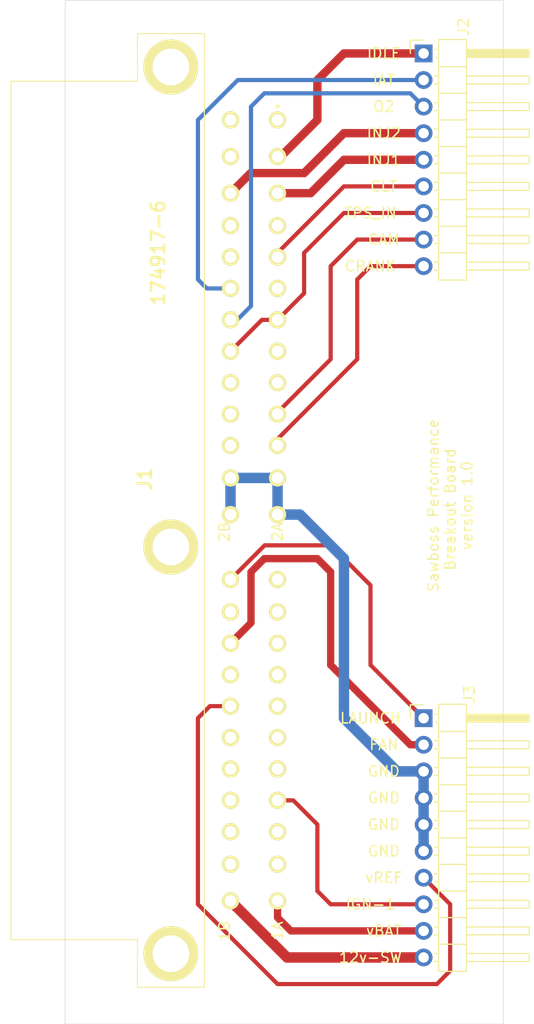
<source format=kicad_pcb>
(kicad_pcb (version 20171130) (host pcbnew "(5.1.6)-1")

  (general
    (thickness 1.6)
    (drawings 9)
    (tracks 87)
    (zones 0)
    (modules 3)
    (nets 48)
  )

  (page A4)
  (layers
    (0 F.Cu signal)
    (31 B.Cu signal)
    (32 B.Adhes user)
    (33 F.Adhes user)
    (34 B.Paste user)
    (35 F.Paste user)
    (36 B.SilkS user)
    (37 F.SilkS user)
    (38 B.Mask user)
    (39 F.Mask user)
    (40 Dwgs.User user)
    (41 Cmts.User user)
    (42 Eco1.User user)
    (43 Eco2.User user)
    (44 Edge.Cuts user)
    (45 Margin user)
    (46 B.CrtYd user)
    (47 F.CrtYd user)
    (48 B.Fab user)
    (49 F.Fab user)
  )

  (setup
    (last_trace_width 0.25)
    (trace_clearance 0.2)
    (zone_clearance 0.508)
    (zone_45_only no)
    (trace_min 0.2)
    (via_size 0.8)
    (via_drill 0.4)
    (via_min_size 0.4)
    (via_min_drill 0.3)
    (uvia_size 0.3)
    (uvia_drill 0.1)
    (uvias_allowed no)
    (uvia_min_size 0.2)
    (uvia_min_drill 0.1)
    (edge_width 0.05)
    (segment_width 0.2)
    (pcb_text_width 0.3)
    (pcb_text_size 1.5 1.5)
    (mod_edge_width 0.12)
    (mod_text_size 1 1)
    (mod_text_width 0.15)
    (pad_size 1.524 1.524)
    (pad_drill 0.762)
    (pad_to_mask_clearance 0.05)
    (aux_axis_origin 0 0)
    (visible_elements 7FFFFFFF)
    (pcbplotparams
      (layerselection 0x010fc_ffffffff)
      (usegerberextensions false)
      (usegerberattributes true)
      (usegerberadvancedattributes true)
      (creategerberjobfile true)
      (excludeedgelayer true)
      (linewidth 0.100000)
      (plotframeref false)
      (viasonmask false)
      (mode 1)
      (useauxorigin false)
      (hpglpennumber 1)
      (hpglpenspeed 20)
      (hpglpendiameter 15.000000)
      (psnegative false)
      (psa4output false)
      (plotreference true)
      (plotvalue true)
      (plotinvisibletext false)
      (padsonsilk false)
      (subtractmaskfromsilk false)
      (outputformat 1)
      (mirror false)
      (drillshape 1)
      (scaleselection 1)
      (outputdirectory ""))
  )

  (net 0 "")
  (net 1 "Net-(J1-Pad12)")
  (net 2 "Net-(J1-Pad15)")
  (net 3 "Net-(J1-Pad17)")
  (net 4 "Net-(J1-Pad19)")
  (net 5 "Net-(J1-Pad22)")
  (net 6 "Net-(J1-Pad26)")
  (net 7 "Net-(J1-Pad31)")
  (net 8 "Net-(J1-Pad33)")
  (net 9 "Net-(J1-Pad34)")
  (net 10 "Net-(J1-Pad35)")
  (net 11 "Net-(J1-Pad36)")
  (net 12 "Net-(J1-Pad37)")
  (net 13 "Net-(J1-Pad41)")
  (net 14 "Net-(J1-Pad45)")
  (net 15 "Net-(J1-Pad46)")
  (net 16 "Net-(J1-Pad47)")
  (net 17 "Net-(J1-Pad48)")
  (net 18 "Net-(J1-PadMH1)")
  (net 19 "Net-(J1-PadMH2)")
  (net 20 "Net-(J1-PadMH3)")
  (net 21 Const_12V)
  (net 22 INJ_1)
  (net 23 INJ_2)
  (net 24 O2)
  (net 25 GND)
  (net 26 12V-SW)
  (net 27 CLT)
  (net 28 CAM)
  (net 29 CRANK)
  (net 30 IGN-1)
  (net 31 IDLE)
  (net 32 LAUNCH)
  (net 33 TPS_IN)
  (net 34 IAT)
  (net 35 FAN)
  (net 36 VREF)
  (net 37 "Net-(J1-Pad1)")
  (net 38 "Net-(J1-Pad6)")
  (net 39 "Net-(J1-Pad7)")
  (net 40 "Net-(J1-Pad11)")
  (net 41 "Net-(J1-Pad21)")
  (net 42 "Net-(J1-Pad25)")
  (net 43 "Net-(J1-Pad30)")
  (net 44 "Net-(J1-Pad32)")
  (net 45 "Net-(J1-Pad38)")
  (net 46 "Net-(J1-Pad40)")
  (net 47 "Net-(J1-Pad43)")

  (net_class Default "This is the default net class."
    (clearance 0.2)
    (trace_width 0.25)
    (via_dia 0.8)
    (via_drill 0.4)
    (uvia_dia 0.3)
    (uvia_drill 0.1)
    (add_net 12V-SW)
    (add_net CAM)
    (add_net CLT)
    (add_net CRANK)
    (add_net Const_12V)
    (add_net FAN)
    (add_net GND)
    (add_net IAT)
    (add_net IDLE)
    (add_net IGN-1)
    (add_net INJ_1)
    (add_net INJ_2)
    (add_net LAUNCH)
    (add_net "Net-(J1-Pad1)")
    (add_net "Net-(J1-Pad11)")
    (add_net "Net-(J1-Pad12)")
    (add_net "Net-(J1-Pad15)")
    (add_net "Net-(J1-Pad17)")
    (add_net "Net-(J1-Pad19)")
    (add_net "Net-(J1-Pad21)")
    (add_net "Net-(J1-Pad22)")
    (add_net "Net-(J1-Pad25)")
    (add_net "Net-(J1-Pad26)")
    (add_net "Net-(J1-Pad30)")
    (add_net "Net-(J1-Pad31)")
    (add_net "Net-(J1-Pad32)")
    (add_net "Net-(J1-Pad33)")
    (add_net "Net-(J1-Pad34)")
    (add_net "Net-(J1-Pad35)")
    (add_net "Net-(J1-Pad36)")
    (add_net "Net-(J1-Pad37)")
    (add_net "Net-(J1-Pad38)")
    (add_net "Net-(J1-Pad40)")
    (add_net "Net-(J1-Pad41)")
    (add_net "Net-(J1-Pad43)")
    (add_net "Net-(J1-Pad45)")
    (add_net "Net-(J1-Pad46)")
    (add_net "Net-(J1-Pad47)")
    (add_net "Net-(J1-Pad48)")
    (add_net "Net-(J1-Pad6)")
    (add_net "Net-(J1-Pad7)")
    (add_net "Net-(J1-PadMH1)")
    (add_net "Net-(J1-PadMH2)")
    (add_net "Net-(J1-PadMH3)")
    (add_net O2)
    (add_net TPS_IN)
    (add_net VREF)
  )

  (module 1749176 (layer F.Cu) (tedit 5F0A753C) (tstamp 61451804)
    (at 71.12 74.93 180)
    (descr 174917-6-3)
    (tags Connector)
    (path /61442018)
    (fp_text reference J1 (at 12.7 -34.29 90) (layer F.SilkS)
      (effects (font (size 1.27 1.27) (thickness 0.254)))
    )
    (fp_text value 174917-6 (at 11.43 -12.7 90) (layer F.SilkS)
      (effects (font (size 1.27 1.27) (thickness 0.254)))
    )
    (fp_line (start 0.1 1.3) (end 0.1 1.3) (layer F.SilkS) (width 0.2))
    (fp_line (start -0.1 1.3) (end -0.1 1.3) (layer F.SilkS) (width 0.2))
    (fp_line (start 13.4 -82.85) (end 7 -82.85) (layer F.SilkS) (width 0.1))
    (fp_line (start 13.4 -78.3) (end 13.4 -82.85) (layer F.SilkS) (width 0.1))
    (fp_line (start 25.5 -78.3) (end 13.4 -78.3) (layer F.SilkS) (width 0.1))
    (fp_line (start 25.5 3.7) (end 25.5 -78.3) (layer F.SilkS) (width 0.1))
    (fp_line (start 25 3.7) (end 25.5 3.7) (layer F.SilkS) (width 0.1))
    (fp_line (start 13.4 3.7) (end 25 3.7) (layer F.SilkS) (width 0.1))
    (fp_line (start 13.4 8.25) (end 13.4 3.7) (layer F.SilkS) (width 0.1))
    (fp_line (start 7 8.25) (end 13.4 8.25) (layer F.SilkS) (width 0.1))
    (fp_line (start 7 -82.85) (end 7 8.25) (layer F.SilkS) (width 0.1))
    (fp_line (start 13.4 -82.85) (end 13.4 -78.3) (layer Dwgs.User) (width 0.2))
    (fp_line (start 7 -82.85) (end 13.4 -82.85) (layer Dwgs.User) (width 0.2))
    (fp_line (start 7 -78.3) (end 7 -82.85) (layer Dwgs.User) (width 0.2))
    (fp_line (start 13.4 8.25) (end 13.4 3.7) (layer Dwgs.User) (width 0.2))
    (fp_line (start 7 8.25) (end 13.4 8.25) (layer Dwgs.User) (width 0.2))
    (fp_line (start 7 3.7) (end 7 8.25) (layer Dwgs.User) (width 0.2))
    (fp_line (start -1.825 9.25) (end -1.825 -83.85) (layer Dwgs.User) (width 0.1))
    (fp_line (start 26.5 9.25) (end -1.825 9.25) (layer Dwgs.User) (width 0.1))
    (fp_line (start 26.5 -83.85) (end 26.5 9.25) (layer Dwgs.User) (width 0.1))
    (fp_line (start -1.825 -83.85) (end 26.5 -83.85) (layer Dwgs.User) (width 0.1))
    (fp_line (start 7 3.7) (end 7 -78.3) (layer Dwgs.User) (width 0.2))
    (fp_line (start 25.5 3.7) (end 7 3.7) (layer Dwgs.User) (width 0.2))
    (fp_line (start 25.5 -78.3) (end 25.5 3.7) (layer Dwgs.User) (width 0.2))
    (fp_line (start 7 -78.3) (end 25.5 -78.3) (layer Dwgs.User) (width 0.2))
    (fp_arc (start 0 1.3) (end -0.1 1.3) (angle -180) (layer F.SilkS) (width 0.2))
    (fp_arc (start 0 1.3) (end 0.1 1.3) (angle -180) (layer F.SilkS) (width 0.2))
    (pad 1 thru_hole circle (at 0 0 270) (size 1.65 1.65) (drill 1.1) (layers *.Cu *.Mask F.SilkS)
      (net 37 "Net-(J1-Pad1)"))
    (pad 2 thru_hole circle (at 0 -3.5 270) (size 1.65 1.65) (drill 1.1) (layers *.Cu *.Mask F.SilkS)
      (net 31 IDLE))
    (pad 3 thru_hole circle (at 0 -7 270) (size 1.65 1.65) (drill 1.1) (layers *.Cu *.Mask F.SilkS)
      (net 22 INJ_1))
    (pad 4 thru_hole circle (at 0 -34.2 270) (size 1.65 1.65) (drill 1.1) (layers *.Cu *.Mask F.SilkS)
      (net 25 GND))
    (pad 5 thru_hole circle (at 0 -37.7 270) (size 1.65 1.65) (drill 1.1) (layers *.Cu *.Mask F.SilkS)
      (net 25 GND))
    (pad 6 thru_hole circle (at 4.5 0 270) (size 1.65 1.65) (drill 1.1) (layers *.Cu *.Mask F.SilkS)
      (net 38 "Net-(J1-Pad6)"))
    (pad 7 thru_hole circle (at 4.5 -3.5 270) (size 1.65 1.65) (drill 1.1) (layers *.Cu *.Mask F.SilkS)
      (net 39 "Net-(J1-Pad7)"))
    (pad 8 thru_hole circle (at 4.5 -7 270) (size 1.65 1.65) (drill 1.1) (layers *.Cu *.Mask F.SilkS)
      (net 23 INJ_2))
    (pad 9 thru_hole circle (at 4.5 -34.2 270) (size 1.65 1.65) (drill 1.1) (layers *.Cu *.Mask F.SilkS)
      (net 25 GND))
    (pad 10 thru_hole circle (at 4.5 -37.7 270) (size 1.65 1.65) (drill 1.1) (layers *.Cu *.Mask F.SilkS)
      (net 25 GND))
    (pad 11 thru_hole circle (at 0 -43.9 270) (size 1.65 1.65) (drill 1.1) (layers *.Cu *.Mask F.SilkS)
      (net 40 "Net-(J1-Pad11)"))
    (pad 12 thru_hole circle (at 0 -71.1 270) (size 1.65 1.65) (drill 1.1) (layers *.Cu *.Mask F.SilkS)
      (net 1 "Net-(J1-Pad12)"))
    (pad 13 thru_hole circle (at 0 -74.6 270) (size 1.65 1.65) (drill 1.1) (layers *.Cu *.Mask F.SilkS)
      (net 21 Const_12V))
    (pad 14 thru_hole circle (at 4.5 -43.9 270) (size 1.65 1.65) (drill 1.1) (layers *.Cu *.Mask F.SilkS)
      (net 32 LAUNCH))
    (pad 15 thru_hole circle (at 4.5 -71.1 270) (size 1.65 1.65) (drill 1.1) (layers *.Cu *.Mask F.SilkS)
      (net 2 "Net-(J1-Pad15)"))
    (pad 16 thru_hole circle (at 4.5 -74.6 270) (size 1.65 1.65) (drill 1.1) (layers *.Cu *.Mask F.SilkS)
      (net 26 12V-SW))
    (pad 17 thru_hole circle (at 0 -10.1 270) (size 1.65 1.65) (drill 1.1) (layers *.Cu *.Mask F.SilkS)
      (net 3 "Net-(J1-Pad17)"))
    (pad 18 thru_hole circle (at 0 -13.1 270) (size 1.65 1.65) (drill 1.1) (layers *.Cu *.Mask F.SilkS)
      (net 27 CLT))
    (pad 19 thru_hole circle (at 0 -16.1 270) (size 1.65 1.65) (drill 1.1) (layers *.Cu *.Mask F.SilkS)
      (net 4 "Net-(J1-Pad19)"))
    (pad 20 thru_hole circle (at 0 -19.1 270) (size 1.65 1.65) (drill 1.1) (layers *.Cu *.Mask F.SilkS)
      (net 33 TPS_IN))
    (pad 21 thru_hole circle (at 0 -22.1 270) (size 1.65 1.65) (drill 1.1) (layers *.Cu *.Mask F.SilkS)
      (net 41 "Net-(J1-Pad21)"))
    (pad 22 thru_hole circle (at 0 -25.1 270) (size 1.65 1.65) (drill 1.1) (layers *.Cu *.Mask F.SilkS)
      (net 5 "Net-(J1-Pad22)"))
    (pad 23 thru_hole circle (at 0 -28.1 270) (size 1.65 1.65) (drill 1.1) (layers *.Cu *.Mask F.SilkS)
      (net 28 CAM))
    (pad 24 thru_hole circle (at 0 -31.1 270) (size 1.65 1.65) (drill 1.1) (layers *.Cu *.Mask F.SilkS)
      (net 29 CRANK))
    (pad 25 thru_hole circle (at 4.5 -10.1 270) (size 1.65 1.65) (drill 1.1) (layers *.Cu *.Mask F.SilkS)
      (net 42 "Net-(J1-Pad25)"))
    (pad 26 thru_hole circle (at 4.5 -13.1 270) (size 1.65 1.65) (drill 1.1) (layers *.Cu *.Mask F.SilkS)
      (net 6 "Net-(J1-Pad26)"))
    (pad 27 thru_hole circle (at 4.5 -16.1 270) (size 1.65 1.65) (drill 1.1) (layers *.Cu *.Mask F.SilkS)
      (net 34 IAT))
    (pad 28 thru_hole circle (at 4.5 -19.1 270) (size 1.65 1.65) (drill 1.1) (layers *.Cu *.Mask F.SilkS)
      (net 24 O2))
    (pad 29 thru_hole circle (at 4.5 -22.1 270) (size 1.65 1.65) (drill 1.1) (layers *.Cu *.Mask F.SilkS)
      (net 33 TPS_IN))
    (pad 30 thru_hole circle (at 4.5 -25.1 270) (size 1.65 1.65) (drill 1.1) (layers *.Cu *.Mask F.SilkS)
      (net 43 "Net-(J1-Pad30)"))
    (pad 31 thru_hole circle (at 4.5 -28.1 270) (size 1.65 1.65) (drill 1.1) (layers *.Cu *.Mask F.SilkS)
      (net 7 "Net-(J1-Pad31)"))
    (pad 32 thru_hole circle (at 4.5 -31.1 270) (size 1.65 1.65) (drill 1.1) (layers *.Cu *.Mask F.SilkS)
      (net 44 "Net-(J1-Pad32)"))
    (pad 33 thru_hole circle (at 0 -47 270) (size 1.65 1.65) (drill 1.1) (layers *.Cu *.Mask F.SilkS)
      (net 8 "Net-(J1-Pad33)"))
    (pad 34 thru_hole circle (at 0 -50 270) (size 1.65 1.65) (drill 1.1) (layers *.Cu *.Mask F.SilkS)
      (net 9 "Net-(J1-Pad34)"))
    (pad 35 thru_hole circle (at 0 -53 270) (size 1.65 1.65) (drill 1.1) (layers *.Cu *.Mask F.SilkS)
      (net 10 "Net-(J1-Pad35)"))
    (pad 36 thru_hole circle (at 0 -56 270) (size 1.65 1.65) (drill 1.1) (layers *.Cu *.Mask F.SilkS)
      (net 11 "Net-(J1-Pad36)"))
    (pad 37 thru_hole circle (at 0 -59 270) (size 1.65 1.65) (drill 1.1) (layers *.Cu *.Mask F.SilkS)
      (net 12 "Net-(J1-Pad37)"))
    (pad 38 thru_hole circle (at 0 -62 270) (size 1.65 1.65) (drill 1.1) (layers *.Cu *.Mask F.SilkS)
      (net 45 "Net-(J1-Pad38)"))
    (pad 39 thru_hole circle (at 0 -65 270) (size 1.65 1.65) (drill 1.1) (layers *.Cu *.Mask F.SilkS)
      (net 30 IGN-1))
    (pad 40 thru_hole circle (at 0 -68 270) (size 1.65 1.65) (drill 1.1) (layers *.Cu *.Mask F.SilkS)
      (net 46 "Net-(J1-Pad40)"))
    (pad 41 thru_hole circle (at 4.5 -47 270) (size 1.65 1.65) (drill 1.1) (layers *.Cu *.Mask F.SilkS)
      (net 13 "Net-(J1-Pad41)"))
    (pad 42 thru_hole circle (at 4.5 -50 270) (size 1.65 1.65) (drill 1.1) (layers *.Cu *.Mask F.SilkS)
      (net 35 FAN))
    (pad 43 thru_hole circle (at 4.5 -53 270) (size 1.65 1.65) (drill 1.1) (layers *.Cu *.Mask F.SilkS)
      (net 47 "Net-(J1-Pad43)"))
    (pad 44 thru_hole circle (at 4.5 -56 270) (size 1.65 1.65) (drill 1.1) (layers *.Cu *.Mask F.SilkS)
      (net 36 VREF))
    (pad 45 thru_hole circle (at 4.5 -59 270) (size 1.65 1.65) (drill 1.1) (layers *.Cu *.Mask F.SilkS)
      (net 14 "Net-(J1-Pad45)"))
    (pad 46 thru_hole circle (at 4.5 -62 270) (size 1.65 1.65) (drill 1.1) (layers *.Cu *.Mask F.SilkS)
      (net 15 "Net-(J1-Pad46)"))
    (pad 47 thru_hole circle (at 4.5 -65 270) (size 1.65 1.65) (drill 1.1) (layers *.Cu *.Mask F.SilkS)
      (net 16 "Net-(J1-Pad47)"))
    (pad 48 thru_hole circle (at 4.5 -68 270) (size 1.65 1.65) (drill 1.1) (layers *.Cu *.Mask F.SilkS)
      (net 17 "Net-(J1-Pad48)"))
    (pad MH1 thru_hole circle (at 10.2 -79.65 270) (size 5.25 5.25) (drill 3.5) (layers *.Cu *.Mask F.SilkS)
      (net 18 "Net-(J1-PadMH1)"))
    (pad MH2 thru_hole circle (at 10.2 -40.8 270) (size 5.25 5.25) (drill 3.5) (layers *.Cu *.Mask F.SilkS)
      (net 19 "Net-(J1-PadMH2)"))
    (pad MH3 thru_hole circle (at 10.2 5.05 270) (size 5.25 5.25) (drill 3.5) (layers *.Cu *.Mask F.SilkS)
      (net 20 "Net-(J1-PadMH3)"))
    (model C:/Users/alindo/Documents/ELECTRONICS/Connector/174917-6/3D/174917-6.stp
      (offset (xyz 7 37.5 0))
      (scale (xyz 1 1 1))
      (rotate (xyz 180 0 -90))
    )
  )

  (module Connector_PinHeader_2.54mm:PinHeader_1x09_P2.54mm_Horizontal (layer F.Cu) (tedit 59FED5CB) (tstamp 614601EF)
    (at 85.09 68.58)
    (descr "Through hole angled pin header, 1x09, 2.54mm pitch, 6mm pin length, single row")
    (tags "Through hole angled pin header THT 1x09 2.54mm single row")
    (path /6149B7CF)
    (fp_text reference J2 (at 3.81 -2.54 90) (layer F.SilkS)
      (effects (font (size 1 1) (thickness 0.15)))
    )
    (fp_text value Conn_01x09 (at 4.385 22.59) (layer F.Fab) hide
      (effects (font (size 1 1) (thickness 0.15)))
    )
    (fp_line (start 10.55 -1.8) (end -1.8 -1.8) (layer F.CrtYd) (width 0.05))
    (fp_line (start 10.55 22.1) (end 10.55 -1.8) (layer F.CrtYd) (width 0.05))
    (fp_line (start -1.8 22.1) (end 10.55 22.1) (layer F.CrtYd) (width 0.05))
    (fp_line (start -1.8 -1.8) (end -1.8 22.1) (layer F.CrtYd) (width 0.05))
    (fp_line (start -1.27 -1.27) (end 0 -1.27) (layer F.SilkS) (width 0.12))
    (fp_line (start -1.27 0) (end -1.27 -1.27) (layer F.SilkS) (width 0.12))
    (fp_line (start 1.042929 20.7) (end 1.44 20.7) (layer F.SilkS) (width 0.12))
    (fp_line (start 1.042929 19.94) (end 1.44 19.94) (layer F.SilkS) (width 0.12))
    (fp_line (start 10.1 20.7) (end 4.1 20.7) (layer F.SilkS) (width 0.12))
    (fp_line (start 10.1 19.94) (end 10.1 20.7) (layer F.SilkS) (width 0.12))
    (fp_line (start 4.1 19.94) (end 10.1 19.94) (layer F.SilkS) (width 0.12))
    (fp_line (start 1.44 19.05) (end 4.1 19.05) (layer F.SilkS) (width 0.12))
    (fp_line (start 1.042929 18.16) (end 1.44 18.16) (layer F.SilkS) (width 0.12))
    (fp_line (start 1.042929 17.4) (end 1.44 17.4) (layer F.SilkS) (width 0.12))
    (fp_line (start 10.1 18.16) (end 4.1 18.16) (layer F.SilkS) (width 0.12))
    (fp_line (start 10.1 17.4) (end 10.1 18.16) (layer F.SilkS) (width 0.12))
    (fp_line (start 4.1 17.4) (end 10.1 17.4) (layer F.SilkS) (width 0.12))
    (fp_line (start 1.44 16.51) (end 4.1 16.51) (layer F.SilkS) (width 0.12))
    (fp_line (start 1.042929 15.62) (end 1.44 15.62) (layer F.SilkS) (width 0.12))
    (fp_line (start 1.042929 14.86) (end 1.44 14.86) (layer F.SilkS) (width 0.12))
    (fp_line (start 10.1 15.62) (end 4.1 15.62) (layer F.SilkS) (width 0.12))
    (fp_line (start 10.1 14.86) (end 10.1 15.62) (layer F.SilkS) (width 0.12))
    (fp_line (start 4.1 14.86) (end 10.1 14.86) (layer F.SilkS) (width 0.12))
    (fp_line (start 1.44 13.97) (end 4.1 13.97) (layer F.SilkS) (width 0.12))
    (fp_line (start 1.042929 13.08) (end 1.44 13.08) (layer F.SilkS) (width 0.12))
    (fp_line (start 1.042929 12.32) (end 1.44 12.32) (layer F.SilkS) (width 0.12))
    (fp_line (start 10.1 13.08) (end 4.1 13.08) (layer F.SilkS) (width 0.12))
    (fp_line (start 10.1 12.32) (end 10.1 13.08) (layer F.SilkS) (width 0.12))
    (fp_line (start 4.1 12.32) (end 10.1 12.32) (layer F.SilkS) (width 0.12))
    (fp_line (start 1.44 11.43) (end 4.1 11.43) (layer F.SilkS) (width 0.12))
    (fp_line (start 1.042929 10.54) (end 1.44 10.54) (layer F.SilkS) (width 0.12))
    (fp_line (start 1.042929 9.78) (end 1.44 9.78) (layer F.SilkS) (width 0.12))
    (fp_line (start 10.1 10.54) (end 4.1 10.54) (layer F.SilkS) (width 0.12))
    (fp_line (start 10.1 9.78) (end 10.1 10.54) (layer F.SilkS) (width 0.12))
    (fp_line (start 4.1 9.78) (end 10.1 9.78) (layer F.SilkS) (width 0.12))
    (fp_line (start 1.44 8.89) (end 4.1 8.89) (layer F.SilkS) (width 0.12))
    (fp_line (start 1.042929 8) (end 1.44 8) (layer F.SilkS) (width 0.12))
    (fp_line (start 1.042929 7.24) (end 1.44 7.24) (layer F.SilkS) (width 0.12))
    (fp_line (start 10.1 8) (end 4.1 8) (layer F.SilkS) (width 0.12))
    (fp_line (start 10.1 7.24) (end 10.1 8) (layer F.SilkS) (width 0.12))
    (fp_line (start 4.1 7.24) (end 10.1 7.24) (layer F.SilkS) (width 0.12))
    (fp_line (start 1.44 6.35) (end 4.1 6.35) (layer F.SilkS) (width 0.12))
    (fp_line (start 1.042929 5.46) (end 1.44 5.46) (layer F.SilkS) (width 0.12))
    (fp_line (start 1.042929 4.7) (end 1.44 4.7) (layer F.SilkS) (width 0.12))
    (fp_line (start 10.1 5.46) (end 4.1 5.46) (layer F.SilkS) (width 0.12))
    (fp_line (start 10.1 4.7) (end 10.1 5.46) (layer F.SilkS) (width 0.12))
    (fp_line (start 4.1 4.7) (end 10.1 4.7) (layer F.SilkS) (width 0.12))
    (fp_line (start 1.44 3.81) (end 4.1 3.81) (layer F.SilkS) (width 0.12))
    (fp_line (start 1.042929 2.92) (end 1.44 2.92) (layer F.SilkS) (width 0.12))
    (fp_line (start 1.042929 2.16) (end 1.44 2.16) (layer F.SilkS) (width 0.12))
    (fp_line (start 10.1 2.92) (end 4.1 2.92) (layer F.SilkS) (width 0.12))
    (fp_line (start 10.1 2.16) (end 10.1 2.92) (layer F.SilkS) (width 0.12))
    (fp_line (start 4.1 2.16) (end 10.1 2.16) (layer F.SilkS) (width 0.12))
    (fp_line (start 1.44 1.27) (end 4.1 1.27) (layer F.SilkS) (width 0.12))
    (fp_line (start 1.11 0.38) (end 1.44 0.38) (layer F.SilkS) (width 0.12))
    (fp_line (start 1.11 -0.38) (end 1.44 -0.38) (layer F.SilkS) (width 0.12))
    (fp_line (start 4.1 0.28) (end 10.1 0.28) (layer F.SilkS) (width 0.12))
    (fp_line (start 4.1 0.16) (end 10.1 0.16) (layer F.SilkS) (width 0.12))
    (fp_line (start 4.1 0.04) (end 10.1 0.04) (layer F.SilkS) (width 0.12))
    (fp_line (start 4.1 -0.08) (end 10.1 -0.08) (layer F.SilkS) (width 0.12))
    (fp_line (start 4.1 -0.2) (end 10.1 -0.2) (layer F.SilkS) (width 0.12))
    (fp_line (start 4.1 -0.32) (end 10.1 -0.32) (layer F.SilkS) (width 0.12))
    (fp_line (start 10.1 0.38) (end 4.1 0.38) (layer F.SilkS) (width 0.12))
    (fp_line (start 10.1 -0.38) (end 10.1 0.38) (layer F.SilkS) (width 0.12))
    (fp_line (start 4.1 -0.38) (end 10.1 -0.38) (layer F.SilkS) (width 0.12))
    (fp_line (start 4.1 -1.33) (end 1.44 -1.33) (layer F.SilkS) (width 0.12))
    (fp_line (start 4.1 21.65) (end 4.1 -1.33) (layer F.SilkS) (width 0.12))
    (fp_line (start 1.44 21.65) (end 4.1 21.65) (layer F.SilkS) (width 0.12))
    (fp_line (start 1.44 -1.33) (end 1.44 21.65) (layer F.SilkS) (width 0.12))
    (fp_line (start 4.04 20.64) (end 10.04 20.64) (layer F.Fab) (width 0.1))
    (fp_line (start 10.04 20) (end 10.04 20.64) (layer F.Fab) (width 0.1))
    (fp_line (start 4.04 20) (end 10.04 20) (layer F.Fab) (width 0.1))
    (fp_line (start -0.32 20.64) (end 1.5 20.64) (layer F.Fab) (width 0.1))
    (fp_line (start -0.32 20) (end -0.32 20.64) (layer F.Fab) (width 0.1))
    (fp_line (start -0.32 20) (end 1.5 20) (layer F.Fab) (width 0.1))
    (fp_line (start 4.04 18.1) (end 10.04 18.1) (layer F.Fab) (width 0.1))
    (fp_line (start 10.04 17.46) (end 10.04 18.1) (layer F.Fab) (width 0.1))
    (fp_line (start 4.04 17.46) (end 10.04 17.46) (layer F.Fab) (width 0.1))
    (fp_line (start -0.32 18.1) (end 1.5 18.1) (layer F.Fab) (width 0.1))
    (fp_line (start -0.32 17.46) (end -0.32 18.1) (layer F.Fab) (width 0.1))
    (fp_line (start -0.32 17.46) (end 1.5 17.46) (layer F.Fab) (width 0.1))
    (fp_line (start 4.04 15.56) (end 10.04 15.56) (layer F.Fab) (width 0.1))
    (fp_line (start 10.04 14.92) (end 10.04 15.56) (layer F.Fab) (width 0.1))
    (fp_line (start 4.04 14.92) (end 10.04 14.92) (layer F.Fab) (width 0.1))
    (fp_line (start -0.32 15.56) (end 1.5 15.56) (layer F.Fab) (width 0.1))
    (fp_line (start -0.32 14.92) (end -0.32 15.56) (layer F.Fab) (width 0.1))
    (fp_line (start -0.32 14.92) (end 1.5 14.92) (layer F.Fab) (width 0.1))
    (fp_line (start 4.04 13.02) (end 10.04 13.02) (layer F.Fab) (width 0.1))
    (fp_line (start 10.04 12.38) (end 10.04 13.02) (layer F.Fab) (width 0.1))
    (fp_line (start 4.04 12.38) (end 10.04 12.38) (layer F.Fab) (width 0.1))
    (fp_line (start -0.32 13.02) (end 1.5 13.02) (layer F.Fab) (width 0.1))
    (fp_line (start -0.32 12.38) (end -0.32 13.02) (layer F.Fab) (width 0.1))
    (fp_line (start -0.32 12.38) (end 1.5 12.38) (layer F.Fab) (width 0.1))
    (fp_line (start 4.04 10.48) (end 10.04 10.48) (layer F.Fab) (width 0.1))
    (fp_line (start 10.04 9.84) (end 10.04 10.48) (layer F.Fab) (width 0.1))
    (fp_line (start 4.04 9.84) (end 10.04 9.84) (layer F.Fab) (width 0.1))
    (fp_line (start -0.32 10.48) (end 1.5 10.48) (layer F.Fab) (width 0.1))
    (fp_line (start -0.32 9.84) (end -0.32 10.48) (layer F.Fab) (width 0.1))
    (fp_line (start -0.32 9.84) (end 1.5 9.84) (layer F.Fab) (width 0.1))
    (fp_line (start 4.04 7.94) (end 10.04 7.94) (layer F.Fab) (width 0.1))
    (fp_line (start 10.04 7.3) (end 10.04 7.94) (layer F.Fab) (width 0.1))
    (fp_line (start 4.04 7.3) (end 10.04 7.3) (layer F.Fab) (width 0.1))
    (fp_line (start -0.32 7.94) (end 1.5 7.94) (layer F.Fab) (width 0.1))
    (fp_line (start -0.32 7.3) (end -0.32 7.94) (layer F.Fab) (width 0.1))
    (fp_line (start -0.32 7.3) (end 1.5 7.3) (layer F.Fab) (width 0.1))
    (fp_line (start 4.04 5.4) (end 10.04 5.4) (layer F.Fab) (width 0.1))
    (fp_line (start 10.04 4.76) (end 10.04 5.4) (layer F.Fab) (width 0.1))
    (fp_line (start 4.04 4.76) (end 10.04 4.76) (layer F.Fab) (width 0.1))
    (fp_line (start -0.32 5.4) (end 1.5 5.4) (layer F.Fab) (width 0.1))
    (fp_line (start -0.32 4.76) (end -0.32 5.4) (layer F.Fab) (width 0.1))
    (fp_line (start -0.32 4.76) (end 1.5 4.76) (layer F.Fab) (width 0.1))
    (fp_line (start 4.04 2.86) (end 10.04 2.86) (layer F.Fab) (width 0.1))
    (fp_line (start 10.04 2.22) (end 10.04 2.86) (layer F.Fab) (width 0.1))
    (fp_line (start 4.04 2.22) (end 10.04 2.22) (layer F.Fab) (width 0.1))
    (fp_line (start -0.32 2.86) (end 1.5 2.86) (layer F.Fab) (width 0.1))
    (fp_line (start -0.32 2.22) (end -0.32 2.86) (layer F.Fab) (width 0.1))
    (fp_line (start -0.32 2.22) (end 1.5 2.22) (layer F.Fab) (width 0.1))
    (fp_line (start 4.04 0.32) (end 10.04 0.32) (layer F.Fab) (width 0.1))
    (fp_line (start 10.04 -0.32) (end 10.04 0.32) (layer F.Fab) (width 0.1))
    (fp_line (start 4.04 -0.32) (end 10.04 -0.32) (layer F.Fab) (width 0.1))
    (fp_line (start -0.32 0.32) (end 1.5 0.32) (layer F.Fab) (width 0.1))
    (fp_line (start -0.32 -0.32) (end -0.32 0.32) (layer F.Fab) (width 0.1))
    (fp_line (start -0.32 -0.32) (end 1.5 -0.32) (layer F.Fab) (width 0.1))
    (fp_line (start 1.5 -0.635) (end 2.135 -1.27) (layer F.Fab) (width 0.1))
    (fp_line (start 1.5 21.59) (end 1.5 -0.635) (layer F.Fab) (width 0.1))
    (fp_line (start 4.04 21.59) (end 1.5 21.59) (layer F.Fab) (width 0.1))
    (fp_line (start 4.04 -1.27) (end 4.04 21.59) (layer F.Fab) (width 0.1))
    (fp_line (start 2.135 -1.27) (end 4.04 -1.27) (layer F.Fab) (width 0.1))
    (fp_text user %R (at 2.77 10.16 90) (layer F.Fab)
      (effects (font (size 1 1) (thickness 0.15)))
    )
    (fp_text user CRANK (at -5.08 20.32) (layer F.SilkS)
      (effects (font (size 1 1) (thickness 0.15)))
    )
    (fp_text user CAM (at -3.81 17.78) (layer F.SilkS)
      (effects (font (size 1 1) (thickness 0.15)))
    )
    (fp_text user TPS_IN (at -5.08 15.24) (layer F.SilkS)
      (effects (font (size 1 1) (thickness 0.15)))
    )
    (fp_text user O2 (at -3.81 5.08) (layer F.SilkS)
      (effects (font (size 1 1) (thickness 0.15)))
    )
    (fp_text user IAT (at -3.81 2.54) (layer F.SilkS)
      (effects (font (size 1 1) (thickness 0.15)))
    )
    (fp_text user CLT (at -3.81 12.7) (layer F.SilkS)
      (effects (font (size 1 1) (thickness 0.15)))
    )
    (fp_text user INJ1 (at -3.81 10.16) (layer F.SilkS)
      (effects (font (size 1 1) (thickness 0.15)))
    )
    (fp_text user INJ2 (at -3.81 7.62) (layer F.SilkS)
      (effects (font (size 1 1) (thickness 0.15)))
    )
    (fp_text user IDLE (at -3.81 0) (layer F.SilkS)
      (effects (font (size 1 1) (thickness 0.15)))
    )
    (pad 1 thru_hole rect (at 0 0) (size 1.7 1.7) (drill 1) (layers *.Cu *.Mask)
      (net 31 IDLE))
    (pad 2 thru_hole oval (at 0 2.54) (size 1.7 1.7) (drill 1) (layers *.Cu *.Mask)
      (net 34 IAT))
    (pad 3 thru_hole oval (at 0 5.08) (size 1.7 1.7) (drill 1) (layers *.Cu *.Mask)
      (net 24 O2))
    (pad 4 thru_hole oval (at 0 7.62) (size 1.7 1.7) (drill 1) (layers *.Cu *.Mask)
      (net 23 INJ_2))
    (pad 5 thru_hole oval (at 0 10.16) (size 1.7 1.7) (drill 1) (layers *.Cu *.Mask)
      (net 22 INJ_1))
    (pad 6 thru_hole oval (at 0 12.7) (size 1.7 1.7) (drill 1) (layers *.Cu *.Mask)
      (net 27 CLT))
    (pad 7 thru_hole oval (at 0 15.24) (size 1.7 1.7) (drill 1) (layers *.Cu *.Mask)
      (net 33 TPS_IN))
    (pad 8 thru_hole oval (at 0 17.78) (size 1.7 1.7) (drill 1) (layers *.Cu *.Mask)
      (net 28 CAM))
    (pad 9 thru_hole oval (at 0 20.32) (size 1.7 1.7) (drill 1) (layers *.Cu *.Mask)
      (net 29 CRANK))
    (model ${KISYS3DMOD}/Connector_PinHeader_2.54mm.3dshapes/PinHeader_1x09_P2.54mm_Horizontal.wrl
      (at (xyz 0 0 0))
      (scale (xyz 1 1 1))
      (rotate (xyz 0 0 0))
    )
  )

  (module Connector_PinHeader_2.54mm:PinHeader_1x10_P2.54mm_Horizontal (layer F.Cu) (tedit 59FED5CB) (tstamp 6145CA6C)
    (at 85.09 132.08)
    (descr "Through hole angled pin header, 1x10, 2.54mm pitch, 6mm pin length, single row")
    (tags "Through hole angled pin header THT 1x10 2.54mm single row")
    (path /614A7C06)
    (fp_text reference J3 (at 4.385 -2.27 90) (layer F.SilkS)
      (effects (font (size 1 1) (thickness 0.15)))
    )
    (fp_text value Conn_01x10 (at 4.385 25.13) (layer F.Fab)
      (effects (font (size 1 1) (thickness 0.15)))
    )
    (fp_line (start 10.55 -1.8) (end -1.8 -1.8) (layer F.CrtYd) (width 0.05))
    (fp_line (start 10.55 24.65) (end 10.55 -1.8) (layer F.CrtYd) (width 0.05))
    (fp_line (start -1.8 24.65) (end 10.55 24.65) (layer F.CrtYd) (width 0.05))
    (fp_line (start -1.8 -1.8) (end -1.8 24.65) (layer F.CrtYd) (width 0.05))
    (fp_line (start -1.27 -1.27) (end 0 -1.27) (layer F.SilkS) (width 0.12))
    (fp_line (start -1.27 0) (end -1.27 -1.27) (layer F.SilkS) (width 0.12))
    (fp_line (start 1.042929 23.24) (end 1.44 23.24) (layer F.SilkS) (width 0.12))
    (fp_line (start 1.042929 22.48) (end 1.44 22.48) (layer F.SilkS) (width 0.12))
    (fp_line (start 10.1 23.24) (end 4.1 23.24) (layer F.SilkS) (width 0.12))
    (fp_line (start 10.1 22.48) (end 10.1 23.24) (layer F.SilkS) (width 0.12))
    (fp_line (start 4.1 22.48) (end 10.1 22.48) (layer F.SilkS) (width 0.12))
    (fp_line (start 1.44 21.59) (end 4.1 21.59) (layer F.SilkS) (width 0.12))
    (fp_line (start 1.042929 20.7) (end 1.44 20.7) (layer F.SilkS) (width 0.12))
    (fp_line (start 1.042929 19.94) (end 1.44 19.94) (layer F.SilkS) (width 0.12))
    (fp_line (start 10.1 20.7) (end 4.1 20.7) (layer F.SilkS) (width 0.12))
    (fp_line (start 10.1 19.94) (end 10.1 20.7) (layer F.SilkS) (width 0.12))
    (fp_line (start 4.1 19.94) (end 10.1 19.94) (layer F.SilkS) (width 0.12))
    (fp_line (start 1.44 19.05) (end 4.1 19.05) (layer F.SilkS) (width 0.12))
    (fp_line (start 1.042929 18.16) (end 1.44 18.16) (layer F.SilkS) (width 0.12))
    (fp_line (start 1.042929 17.4) (end 1.44 17.4) (layer F.SilkS) (width 0.12))
    (fp_line (start 10.1 18.16) (end 4.1 18.16) (layer F.SilkS) (width 0.12))
    (fp_line (start 10.1 17.4) (end 10.1 18.16) (layer F.SilkS) (width 0.12))
    (fp_line (start 4.1 17.4) (end 10.1 17.4) (layer F.SilkS) (width 0.12))
    (fp_line (start 1.44 16.51) (end 4.1 16.51) (layer F.SilkS) (width 0.12))
    (fp_line (start 1.042929 15.62) (end 1.44 15.62) (layer F.SilkS) (width 0.12))
    (fp_line (start 1.042929 14.86) (end 1.44 14.86) (layer F.SilkS) (width 0.12))
    (fp_line (start 10.1 15.62) (end 4.1 15.62) (layer F.SilkS) (width 0.12))
    (fp_line (start 10.1 14.86) (end 10.1 15.62) (layer F.SilkS) (width 0.12))
    (fp_line (start 4.1 14.86) (end 10.1 14.86) (layer F.SilkS) (width 0.12))
    (fp_line (start 1.44 13.97) (end 4.1 13.97) (layer F.SilkS) (width 0.12))
    (fp_line (start 1.042929 13.08) (end 1.44 13.08) (layer F.SilkS) (width 0.12))
    (fp_line (start 1.042929 12.32) (end 1.44 12.32) (layer F.SilkS) (width 0.12))
    (fp_line (start 10.1 13.08) (end 4.1 13.08) (layer F.SilkS) (width 0.12))
    (fp_line (start 10.1 12.32) (end 10.1 13.08) (layer F.SilkS) (width 0.12))
    (fp_line (start 4.1 12.32) (end 10.1 12.32) (layer F.SilkS) (width 0.12))
    (fp_line (start 1.44 11.43) (end 4.1 11.43) (layer F.SilkS) (width 0.12))
    (fp_line (start 1.042929 10.54) (end 1.44 10.54) (layer F.SilkS) (width 0.12))
    (fp_line (start 1.042929 9.78) (end 1.44 9.78) (layer F.SilkS) (width 0.12))
    (fp_line (start 10.1 10.54) (end 4.1 10.54) (layer F.SilkS) (width 0.12))
    (fp_line (start 10.1 9.78) (end 10.1 10.54) (layer F.SilkS) (width 0.12))
    (fp_line (start 4.1 9.78) (end 10.1 9.78) (layer F.SilkS) (width 0.12))
    (fp_line (start 1.44 8.89) (end 4.1 8.89) (layer F.SilkS) (width 0.12))
    (fp_line (start 1.042929 8) (end 1.44 8) (layer F.SilkS) (width 0.12))
    (fp_line (start 1.042929 7.24) (end 1.44 7.24) (layer F.SilkS) (width 0.12))
    (fp_line (start 10.1 8) (end 4.1 8) (layer F.SilkS) (width 0.12))
    (fp_line (start 10.1 7.24) (end 10.1 8) (layer F.SilkS) (width 0.12))
    (fp_line (start 4.1 7.24) (end 10.1 7.24) (layer F.SilkS) (width 0.12))
    (fp_line (start 1.44 6.35) (end 4.1 6.35) (layer F.SilkS) (width 0.12))
    (fp_line (start 1.042929 5.46) (end 1.44 5.46) (layer F.SilkS) (width 0.12))
    (fp_line (start 1.042929 4.7) (end 1.44 4.7) (layer F.SilkS) (width 0.12))
    (fp_line (start 10.1 5.46) (end 4.1 5.46) (layer F.SilkS) (width 0.12))
    (fp_line (start 10.1 4.7) (end 10.1 5.46) (layer F.SilkS) (width 0.12))
    (fp_line (start 4.1 4.7) (end 10.1 4.7) (layer F.SilkS) (width 0.12))
    (fp_line (start 1.44 3.81) (end 4.1 3.81) (layer F.SilkS) (width 0.12))
    (fp_line (start 1.042929 2.92) (end 1.44 2.92) (layer F.SilkS) (width 0.12))
    (fp_line (start 1.042929 2.16) (end 1.44 2.16) (layer F.SilkS) (width 0.12))
    (fp_line (start 10.1 2.92) (end 4.1 2.92) (layer F.SilkS) (width 0.12))
    (fp_line (start 10.1 2.16) (end 10.1 2.92) (layer F.SilkS) (width 0.12))
    (fp_line (start 4.1 2.16) (end 10.1 2.16) (layer F.SilkS) (width 0.12))
    (fp_line (start 1.44 1.27) (end 4.1 1.27) (layer F.SilkS) (width 0.12))
    (fp_line (start 1.11 0.38) (end 1.44 0.38) (layer F.SilkS) (width 0.12))
    (fp_line (start 1.11 -0.38) (end 1.44 -0.38) (layer F.SilkS) (width 0.12))
    (fp_line (start 4.1 0.28) (end 10.1 0.28) (layer F.SilkS) (width 0.12))
    (fp_line (start 4.1 0.16) (end 10.1 0.16) (layer F.SilkS) (width 0.12))
    (fp_line (start 4.1 0.04) (end 10.1 0.04) (layer F.SilkS) (width 0.12))
    (fp_line (start 4.1 -0.08) (end 10.1 -0.08) (layer F.SilkS) (width 0.12))
    (fp_line (start 4.1 -0.2) (end 10.1 -0.2) (layer F.SilkS) (width 0.12))
    (fp_line (start 4.1 -0.32) (end 10.1 -0.32) (layer F.SilkS) (width 0.12))
    (fp_line (start 10.1 0.38) (end 4.1 0.38) (layer F.SilkS) (width 0.12))
    (fp_line (start 10.1 -0.38) (end 10.1 0.38) (layer F.SilkS) (width 0.12))
    (fp_line (start 4.1 -0.38) (end 10.1 -0.38) (layer F.SilkS) (width 0.12))
    (fp_line (start 4.1 -1.33) (end 1.44 -1.33) (layer F.SilkS) (width 0.12))
    (fp_line (start 4.1 24.19) (end 4.1 -1.33) (layer F.SilkS) (width 0.12))
    (fp_line (start 1.44 24.19) (end 4.1 24.19) (layer F.SilkS) (width 0.12))
    (fp_line (start 1.44 -1.33) (end 1.44 24.19) (layer F.SilkS) (width 0.12))
    (fp_line (start 4.04 23.18) (end 10.04 23.18) (layer F.Fab) (width 0.1))
    (fp_line (start 10.04 22.54) (end 10.04 23.18) (layer F.Fab) (width 0.1))
    (fp_line (start 4.04 22.54) (end 10.04 22.54) (layer F.Fab) (width 0.1))
    (fp_line (start -0.32 23.18) (end 1.5 23.18) (layer F.Fab) (width 0.1))
    (fp_line (start -0.32 22.54) (end -0.32 23.18) (layer F.Fab) (width 0.1))
    (fp_line (start -0.32 22.54) (end 1.5 22.54) (layer F.Fab) (width 0.1))
    (fp_line (start 4.04 20.64) (end 10.04 20.64) (layer F.Fab) (width 0.1))
    (fp_line (start 10.04 20) (end 10.04 20.64) (layer F.Fab) (width 0.1))
    (fp_line (start 4.04 20) (end 10.04 20) (layer F.Fab) (width 0.1))
    (fp_line (start -0.32 20.64) (end 1.5 20.64) (layer F.Fab) (width 0.1))
    (fp_line (start -0.32 20) (end -0.32 20.64) (layer F.Fab) (width 0.1))
    (fp_line (start -0.32 20) (end 1.5 20) (layer F.Fab) (width 0.1))
    (fp_line (start 4.04 18.1) (end 10.04 18.1) (layer F.Fab) (width 0.1))
    (fp_line (start 10.04 17.46) (end 10.04 18.1) (layer F.Fab) (width 0.1))
    (fp_line (start 4.04 17.46) (end 10.04 17.46) (layer F.Fab) (width 0.1))
    (fp_line (start -0.32 18.1) (end 1.5 18.1) (layer F.Fab) (width 0.1))
    (fp_line (start -0.32 17.46) (end -0.32 18.1) (layer F.Fab) (width 0.1))
    (fp_line (start -0.32 17.46) (end 1.5 17.46) (layer F.Fab) (width 0.1))
    (fp_line (start 4.04 15.56) (end 10.04 15.56) (layer F.Fab) (width 0.1))
    (fp_line (start 10.04 14.92) (end 10.04 15.56) (layer F.Fab) (width 0.1))
    (fp_line (start 4.04 14.92) (end 10.04 14.92) (layer F.Fab) (width 0.1))
    (fp_line (start -0.32 15.56) (end 1.5 15.56) (layer F.Fab) (width 0.1))
    (fp_line (start -0.32 14.92) (end -0.32 15.56) (layer F.Fab) (width 0.1))
    (fp_line (start -0.32 14.92) (end 1.5 14.92) (layer F.Fab) (width 0.1))
    (fp_line (start 4.04 13.02) (end 10.04 13.02) (layer F.Fab) (width 0.1))
    (fp_line (start 10.04 12.38) (end 10.04 13.02) (layer F.Fab) (width 0.1))
    (fp_line (start 4.04 12.38) (end 10.04 12.38) (layer F.Fab) (width 0.1))
    (fp_line (start -0.32 13.02) (end 1.5 13.02) (layer F.Fab) (width 0.1))
    (fp_line (start -0.32 12.38) (end -0.32 13.02) (layer F.Fab) (width 0.1))
    (fp_line (start -0.32 12.38) (end 1.5 12.38) (layer F.Fab) (width 0.1))
    (fp_line (start 4.04 10.48) (end 10.04 10.48) (layer F.Fab) (width 0.1))
    (fp_line (start 10.04 9.84) (end 10.04 10.48) (layer F.Fab) (width 0.1))
    (fp_line (start 4.04 9.84) (end 10.04 9.84) (layer F.Fab) (width 0.1))
    (fp_line (start -0.32 10.48) (end 1.5 10.48) (layer F.Fab) (width 0.1))
    (fp_line (start -0.32 9.84) (end -0.32 10.48) (layer F.Fab) (width 0.1))
    (fp_line (start -0.32 9.84) (end 1.5 9.84) (layer F.Fab) (width 0.1))
    (fp_line (start 4.04 7.94) (end 10.04 7.94) (layer F.Fab) (width 0.1))
    (fp_line (start 10.04 7.3) (end 10.04 7.94) (layer F.Fab) (width 0.1))
    (fp_line (start 4.04 7.3) (end 10.04 7.3) (layer F.Fab) (width 0.1))
    (fp_line (start -0.32 7.94) (end 1.5 7.94) (layer F.Fab) (width 0.1))
    (fp_line (start -0.32 7.3) (end -0.32 7.94) (layer F.Fab) (width 0.1))
    (fp_line (start -0.32 7.3) (end 1.5 7.3) (layer F.Fab) (width 0.1))
    (fp_line (start 4.04 5.4) (end 10.04 5.4) (layer F.Fab) (width 0.1))
    (fp_line (start 10.04 4.76) (end 10.04 5.4) (layer F.Fab) (width 0.1))
    (fp_line (start 4.04 4.76) (end 10.04 4.76) (layer F.Fab) (width 0.1))
    (fp_line (start -0.32 5.4) (end 1.5 5.4) (layer F.Fab) (width 0.1))
    (fp_line (start -0.32 4.76) (end -0.32 5.4) (layer F.Fab) (width 0.1))
    (fp_line (start -0.32 4.76) (end 1.5 4.76) (layer F.Fab) (width 0.1))
    (fp_line (start 4.04 2.86) (end 10.04 2.86) (layer F.Fab) (width 0.1))
    (fp_line (start 10.04 2.22) (end 10.04 2.86) (layer F.Fab) (width 0.1))
    (fp_line (start 4.04 2.22) (end 10.04 2.22) (layer F.Fab) (width 0.1))
    (fp_line (start -0.32 2.86) (end 1.5 2.86) (layer F.Fab) (width 0.1))
    (fp_line (start -0.32 2.22) (end -0.32 2.86) (layer F.Fab) (width 0.1))
    (fp_line (start -0.32 2.22) (end 1.5 2.22) (layer F.Fab) (width 0.1))
    (fp_line (start 4.04 0.32) (end 10.04 0.32) (layer F.Fab) (width 0.1))
    (fp_line (start 10.04 -0.32) (end 10.04 0.32) (layer F.Fab) (width 0.1))
    (fp_line (start 4.04 -0.32) (end 10.04 -0.32) (layer F.Fab) (width 0.1))
    (fp_line (start -0.32 0.32) (end 1.5 0.32) (layer F.Fab) (width 0.1))
    (fp_line (start -0.32 -0.32) (end -0.32 0.32) (layer F.Fab) (width 0.1))
    (fp_line (start -0.32 -0.32) (end 1.5 -0.32) (layer F.Fab) (width 0.1))
    (fp_line (start 1.5 -0.635) (end 2.135 -1.27) (layer F.Fab) (width 0.1))
    (fp_line (start 1.5 24.13) (end 1.5 -0.635) (layer F.Fab) (width 0.1))
    (fp_line (start 4.04 24.13) (end 1.5 24.13) (layer F.Fab) (width 0.1))
    (fp_line (start 4.04 -1.27) (end 4.04 24.13) (layer F.Fab) (width 0.1))
    (fp_line (start 2.135 -1.27) (end 4.04 -1.27) (layer F.Fab) (width 0.1))
    (fp_text user %R (at 2.77 11.43 90) (layer F.Fab)
      (effects (font (size 1 1) (thickness 0.15)))
    )
    (fp_text user 12v-SW (at -5.08 22.86) (layer F.SilkS)
      (effects (font (size 1 1) (thickness 0.15)))
    )
    (fp_text user vBAT (at -3.81 20.32) (layer F.SilkS)
      (effects (font (size 1 1) (thickness 0.15)))
    )
    (fp_text user GND (at -3.81 5.08) (layer F.SilkS)
      (effects (font (size 1 1) (thickness 0.15)))
    )
    (fp_text user FAN (at -3.81 2.54) (layer F.SilkS)
      (effects (font (size 1 1) (thickness 0.15)))
    )
    (fp_text user vREF (at -3.81 15.24) (layer F.SilkS)
      (effects (font (size 1 1) (thickness 0.15)))
    )
    (fp_text user IGN-1 (at -5.08 17.78) (layer F.SilkS)
      (effects (font (size 1 1) (thickness 0.15)))
    )
    (fp_text user GND (at -3.81 7.62) (layer F.SilkS)
      (effects (font (size 1 1) (thickness 0.15)))
    )
    (fp_text user GND (at -3.81 10.16) (layer F.SilkS)
      (effects (font (size 1 1) (thickness 0.15)))
    )
    (fp_text user GND (at -3.81 12.7) (layer F.SilkS)
      (effects (font (size 1 1) (thickness 0.15)))
    )
    (fp_text user LAUNCH (at -5.08 0) (layer F.SilkS)
      (effects (font (size 1 1) (thickness 0.15)))
    )
    (pad 1 thru_hole rect (at 0 0) (size 1.7 1.7) (drill 1) (layers *.Cu *.Mask)
      (net 32 LAUNCH))
    (pad 2 thru_hole oval (at 0 2.54) (size 1.7 1.7) (drill 1) (layers *.Cu *.Mask)
      (net 35 FAN))
    (pad 3 thru_hole oval (at 0 5.08) (size 1.7 1.7) (drill 1) (layers *.Cu *.Mask)
      (net 25 GND))
    (pad 4 thru_hole oval (at 0 7.62) (size 1.7 1.7) (drill 1) (layers *.Cu *.Mask)
      (net 25 GND))
    (pad 5 thru_hole oval (at 0 10.16) (size 1.7 1.7) (drill 1) (layers *.Cu *.Mask)
      (net 25 GND))
    (pad 6 thru_hole oval (at 0 12.7) (size 1.7 1.7) (drill 1) (layers *.Cu *.Mask)
      (net 25 GND))
    (pad 7 thru_hole oval (at 0 15.24) (size 1.7 1.7) (drill 1) (layers *.Cu *.Mask)
      (net 36 VREF))
    (pad 8 thru_hole oval (at 0 17.78) (size 1.7 1.7) (drill 1) (layers *.Cu *.Mask)
      (net 30 IGN-1))
    (pad 9 thru_hole oval (at 0 20.32) (size 1.7 1.7) (drill 1) (layers *.Cu *.Mask)
      (net 21 Const_12V))
    (pad 10 thru_hole oval (at 0 22.86) (size 1.7 1.7) (drill 1) (layers *.Cu *.Mask)
      (net 26 12V-SW))
    (model ${KISYS3DMOD}/Connector_PinHeader_2.54mm.3dshapes/PinHeader_1x10_P2.54mm_Horizontal.wrl
      (at (xyz 0 0 0))
      (scale (xyz 1 1 1))
      (rotate (xyz 0 0 0))
    )
  )

  (gr_text "Sawboss Performance\nBreakout Board \nversion 1.0" (at 87.63 111.76 90) (layer F.SilkS) (tstamp 61463557)
    (effects (font (size 1 1) (thickness 0.15)))
  )
  (gr_line (start 92.71 63.5) (end 92.71 161.29) (layer Edge.Cuts) (width 0.05) (tstamp 6145BB81))
  (gr_text 1B (at 66.04 152.4 90) (layer F.SilkS)
    (effects (font (size 1 1) (thickness 0.15)))
  )
  (gr_text 1A (at 71.12 152.4 90) (layer F.SilkS)
    (effects (font (size 1 1) (thickness 0.15)))
  )
  (gr_text 2B (at 66.04 114.3 90) (layer F.SilkS)
    (effects (font (size 1 1) (thickness 0.15)))
  )
  (gr_text 2A (at 71.12 114.3 90) (layer F.SilkS)
    (effects (font (size 1 1) (thickness 0.15)))
  )
  (gr_line (start 50.8 161.29) (end 92.71 161.29) (layer Edge.Cuts) (width 0.05) (tstamp 61451317))
  (gr_line (start 92.71 63.5) (end 50.8 63.5) (layer Edge.Cuts) (width 0.05) (tstamp 61450C05))
  (gr_line (start 50.8 63.5) (end 50.8 161.29) (layer Edge.Cuts) (width 0.05))

  (segment (start 71.12 149.53) (end 71.12 151.13) (width 0.7) (layer F.Cu) (net 21))
  (segment (start 71.12 151.13) (end 72.39 152.4) (width 0.7) (layer F.Cu) (net 21))
  (segment (start 72.39 152.4) (end 85.09 152.4) (width 0.7) (layer F.Cu) (net 21))
  (segment (start 77.47 78.74) (end 85.09 78.74) (width 0.8) (layer F.Cu) (net 22))
  (segment (start 71.12 81.93) (end 74.28 81.93) (width 0.8) (layer F.Cu) (net 22))
  (segment (start 74.28 81.93) (end 77.47 78.74) (width 0.8) (layer F.Cu) (net 22))
  (segment (start 77.47 76.2) (end 85.09 76.2) (width 0.8) (layer F.Cu) (net 23))
  (segment (start 73.66 80.01) (end 77.47 76.2) (width 0.8) (layer F.Cu) (net 23))
  (segment (start 66.62 81.93) (end 68.54 80.01) (width 0.8) (layer F.Cu) (net 23))
  (segment (start 68.54 80.01) (end 73.66 80.01) (width 0.8) (layer F.Cu) (net 23))
  (segment (start 68.58 73.996) (end 68.58 74.93) (width 0.4) (layer B.Cu) (net 24))
  (segment (start 83.82 72.39) (end 85.09 73.66) (width 0.4) (layer B.Cu) (net 24))
  (segment (start 68.58 74.93) (end 68.58 73.66) (width 0.4) (layer B.Cu) (net 24))
  (segment (start 69.85 72.39) (end 83.82 72.39) (width 0.4) (layer B.Cu) (net 24))
  (segment (start 68.58 73.66) (end 69.85 72.39) (width 0.4) (layer B.Cu) (net 24))
  (segment (start 68.58 92.71) (end 68.58 74.93) (width 0.4) (layer B.Cu) (net 24))
  (segment (start 66.62 94.03) (end 67.26 94.03) (width 0.4) (layer B.Cu) (net 24))
  (segment (start 67.26 94.03) (end 68.58 92.71) (width 0.4) (layer B.Cu) (net 24))
  (segment (start 73.26 112.63) (end 71.12 112.63) (width 1) (layer B.Cu) (net 25))
  (segment (start 77.47 132.08) (end 77.47 116.84) (width 1) (layer B.Cu) (net 25))
  (segment (start 85.09 137.16) (end 82.55 137.16) (width 1) (layer B.Cu) (net 25))
  (segment (start 77.47 116.84) (end 73.26 112.63) (width 1) (layer B.Cu) (net 25))
  (segment (start 82.55 137.16) (end 77.47 132.08) (width 1) (layer B.Cu) (net 25))
  (segment (start 71.12 112.63) (end 71.12 109.13) (width 1) (layer B.Cu) (net 25))
  (segment (start 71.12 109.13) (end 66.62 109.13) (width 1) (layer B.Cu) (net 25))
  (segment (start 66.62 109.13) (end 66.62 112.63) (width 1) (layer B.Cu) (net 25))
  (segment (start 85.09 137.16) (end 85.09 139.7) (width 1) (layer B.Cu) (net 25))
  (segment (start 85.09 139.7) (end 85.09 142.24) (width 1) (layer B.Cu) (net 25))
  (segment (start 85.09 142.24) (end 85.09 144.78) (width 1) (layer B.Cu) (net 25))
  (segment (start 72.03 154.94) (end 85.09 154.94) (width 1) (layer F.Cu) (net 26))
  (segment (start 66.62 149.53) (end 72.03 154.94) (width 1) (layer F.Cu) (net 26))
  (segment (start 77.47 81.28) (end 85.09 81.28) (width 0.4) (layer F.Cu) (net 27))
  (segment (start 71.12 88.03) (end 71.12 87.63) (width 0.4) (layer F.Cu) (net 27))
  (segment (start 71.12 87.63) (end 77.47 81.28) (width 0.4) (layer F.Cu) (net 27))
  (segment (start 76.2 97.79) (end 71.12 102.87) (width 0.4) (layer F.Cu) (net 28))
  (segment (start 76.2 88.9) (end 76.2 97.79) (width 0.4) (layer F.Cu) (net 28))
  (segment (start 85.09 86.36) (end 78.74 86.36) (width 0.4) (layer F.Cu) (net 28))
  (segment (start 71.12 102.87) (end 71.12 103.03) (width 0.4) (layer F.Cu) (net 28))
  (segment (start 78.74 86.36) (end 76.2 88.9) (width 0.4) (layer F.Cu) (net 28))
  (segment (start 78.74 90.17) (end 80.01 88.9) (width 0.4) (layer F.Cu) (net 29))
  (segment (start 78.74 97.79) (end 78.74 90.17) (width 0.4) (layer F.Cu) (net 29))
  (segment (start 80.01 88.9) (end 85.09 88.9) (width 0.4) (layer F.Cu) (net 29))
  (segment (start 71.12 106.03) (end 71.12 105.41) (width 0.4) (layer F.Cu) (net 29))
  (segment (start 71.12 105.41) (end 78.74 97.79) (width 0.4) (layer F.Cu) (net 29))
  (segment (start 74.93 148.59) (end 76.2 149.86) (width 0.4) (layer F.Cu) (net 30))
  (segment (start 74.93 142.24) (end 74.93 148.59) (width 0.4) (layer F.Cu) (net 30))
  (segment (start 71.12 139.93) (end 72.62 139.93) (width 0.4) (layer F.Cu) (net 30))
  (segment (start 76.2 149.86) (end 85.09 149.86) (width 0.4) (layer F.Cu) (net 30))
  (segment (start 72.62 139.93) (end 74.93 142.24) (width 0.4) (layer F.Cu) (net 30))
  (segment (start 77.47 68.58) (end 85.09 68.58) (width 0.8) (layer F.Cu) (net 31))
  (segment (start 74.93 71.12) (end 77.47 68.58) (width 0.8) (layer F.Cu) (net 31))
  (segment (start 74.93 74.93) (end 74.93 71.12) (width 0.8) (layer F.Cu) (net 31))
  (segment (start 71.12 78.43) (end 71.43 78.43) (width 0.8) (layer F.Cu) (net 31))
  (segment (start 71.43 78.43) (end 74.93 74.93) (width 0.8) (layer F.Cu) (net 31))
  (segment (start 68.58 116.87) (end 66.62 118.83) (width 0.4) (layer F.Cu) (net 32))
  (segment (start 76.2 115.57) (end 69.88 115.57) (width 0.4) (layer F.Cu) (net 32))
  (segment (start 85.09 132.08) (end 80.01 127) (width 0.4) (layer F.Cu) (net 32))
  (segment (start 80.01 127) (end 80.01 119.38) (width 0.4) (layer F.Cu) (net 32))
  (segment (start 80.01 119.38) (end 76.2 115.57) (width 0.4) (layer F.Cu) (net 32))
  (segment (start 69.88 115.57) (end 68.58 116.87) (width 0.4) (layer F.Cu) (net 32))
  (segment (start 69.62 94.03) (end 66.62 97.03) (width 0.4) (layer F.Cu) (net 33))
  (segment (start 71.12 94.03) (end 69.62 94.03) (width 0.4) (layer F.Cu) (net 33))
  (segment (start 77.47 83.82) (end 85.09 83.82) (width 0.4) (layer F.Cu) (net 33))
  (segment (start 73.66 87.63) (end 77.47 83.82) (width 0.4) (layer F.Cu) (net 33))
  (segment (start 71.12 94.03) (end 73.66 91.49) (width 0.4) (layer F.Cu) (net 33))
  (segment (start 73.66 91.49) (end 73.66 87.63) (width 0.4) (layer F.Cu) (net 33))
  (segment (start 66.62 91.03) (end 64.36 91.03) (width 0.4) (layer B.Cu) (net 34))
  (segment (start 64.36 91.03) (end 63.5 90.17) (width 0.4) (layer B.Cu) (net 34))
  (segment (start 63.5 90.17) (end 63.5 74.93) (width 0.4) (layer B.Cu) (net 34))
  (segment (start 67.31 71.12) (end 85.09 71.12) (width 0.4) (layer B.Cu) (net 34))
  (segment (start 63.5 74.93) (end 67.31 71.12) (width 0.4) (layer B.Cu) (net 34))
  (segment (start 83.82 134.62) (end 85.09 134.62) (width 0.7) (layer F.Cu) (net 35))
  (segment (start 76.2 127) (end 83.82 134.62) (width 0.7) (layer F.Cu) (net 35))
  (segment (start 76.2 118.11) (end 76.2 127) (width 0.7) (layer F.Cu) (net 35))
  (segment (start 69.85 116.84) (end 74.93 116.84) (width 0.7) (layer F.Cu) (net 35))
  (segment (start 68.58 122.97) (end 68.58 118.11) (width 0.7) (layer F.Cu) (net 35))
  (segment (start 74.93 116.84) (end 76.2 118.11) (width 0.7) (layer F.Cu) (net 35))
  (segment (start 66.62 124.93) (end 68.58 122.97) (width 0.7) (layer F.Cu) (net 35))
  (segment (start 68.58 118.11) (end 69.85 116.84) (width 0.7) (layer F.Cu) (net 35))
  (segment (start 64.65 130.93) (end 63.5 132.08) (width 0.4) (layer F.Cu) (net 36))
  (segment (start 87.63 149.86) (end 85.09 147.32) (width 0.4) (layer F.Cu) (net 36))
  (segment (start 63.5 132.08) (end 63.5 149.86) (width 0.4) (layer F.Cu) (net 36))
  (segment (start 87.63 156.21) (end 87.63 149.86) (width 0.4) (layer F.Cu) (net 36))
  (segment (start 63.5 149.86) (end 71.12 157.48) (width 0.4) (layer F.Cu) (net 36))
  (segment (start 86.36 157.48) (end 87.63 156.21) (width 0.4) (layer F.Cu) (net 36))
  (segment (start 66.62 130.93) (end 64.65 130.93) (width 0.4) (layer F.Cu) (net 36))
  (segment (start 71.12 157.48) (end 86.36 157.48) (width 0.4) (layer F.Cu) (net 36))

)

</source>
